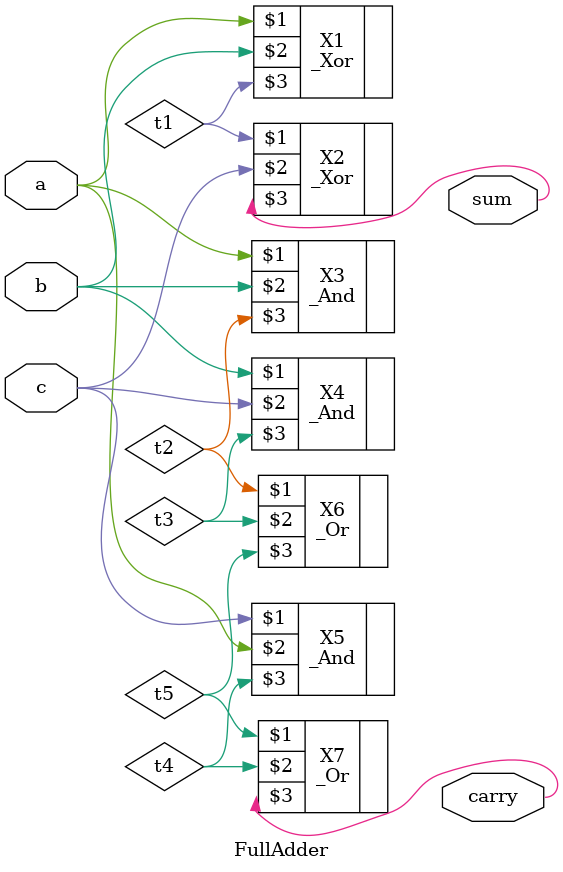
<source format=v>
`timescale 1ns / 1ps
module FullAdder(input a,b,c, 
    output sum,carry);
    wire t1,t2,t3,t4,t5;
    _Xor X1(a,b,t1);
    _Xor X2(t1,c,sum);
    _And X3(a,b,t2);
    _And X4(b,c,t3);
    _And X5(c,a,t4);
    _Or X6(t2,t3,t5);
    _Or X7(t5,t4,carry);
endmodule
</source>
